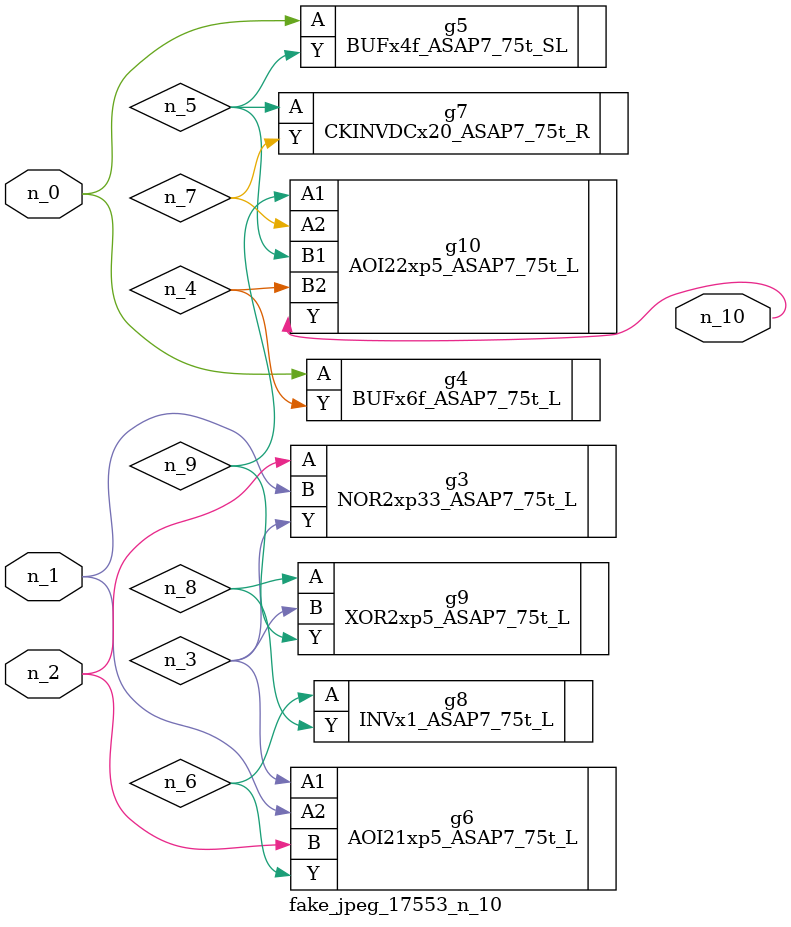
<source format=v>
module fake_jpeg_17553_n_10 (n_0, n_2, n_1, n_10);

input n_0;
input n_2;
input n_1;

output n_10;

wire n_3;
wire n_4;
wire n_8;
wire n_9;
wire n_6;
wire n_5;
wire n_7;

NOR2xp33_ASAP7_75t_L g3 ( 
.A(n_2),
.B(n_1),
.Y(n_3)
);

BUFx6f_ASAP7_75t_L g4 ( 
.A(n_0),
.Y(n_4)
);

BUFx4f_ASAP7_75t_SL g5 ( 
.A(n_0),
.Y(n_5)
);

AOI21xp5_ASAP7_75t_L g6 ( 
.A1(n_3),
.A2(n_1),
.B(n_2),
.Y(n_6)
);

INVx1_ASAP7_75t_L g8 ( 
.A(n_6),
.Y(n_8)
);

CKINVDCx20_ASAP7_75t_R g7 ( 
.A(n_5),
.Y(n_7)
);

XOR2xp5_ASAP7_75t_L g9 ( 
.A(n_8),
.B(n_3),
.Y(n_9)
);

AOI22xp5_ASAP7_75t_L g10 ( 
.A1(n_9),
.A2(n_7),
.B1(n_5),
.B2(n_4),
.Y(n_10)
);


endmodule
</source>
